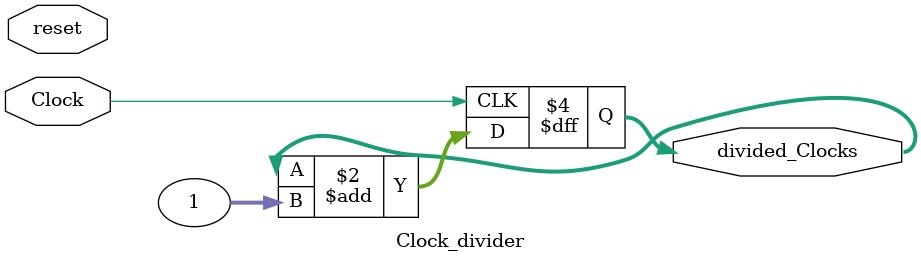
<source format=sv>
/* 
	Caitlin DeShazo-Couchot and Ashley Guillard
	EE 271 Au23: Professor Hussein
	November 9, 2023
	Lab 4: Divided Clocks
*/
// divided_Clocks[0] = 25MHz, [1] = 12.5Mhz, ... [23] = 3Hz, [24] = 1.5Hz, [25] = 0.75Hz
module Clock_divider (Clock, reset, divided_Clocks);
	input logic reset, Clock;
	output logic [31:0] divided_Clocks = 0;

	always_ff @(posedge Clock) begin
		divided_Clocks <= divided_Clocks + 1;
	end
endmodule

</source>
